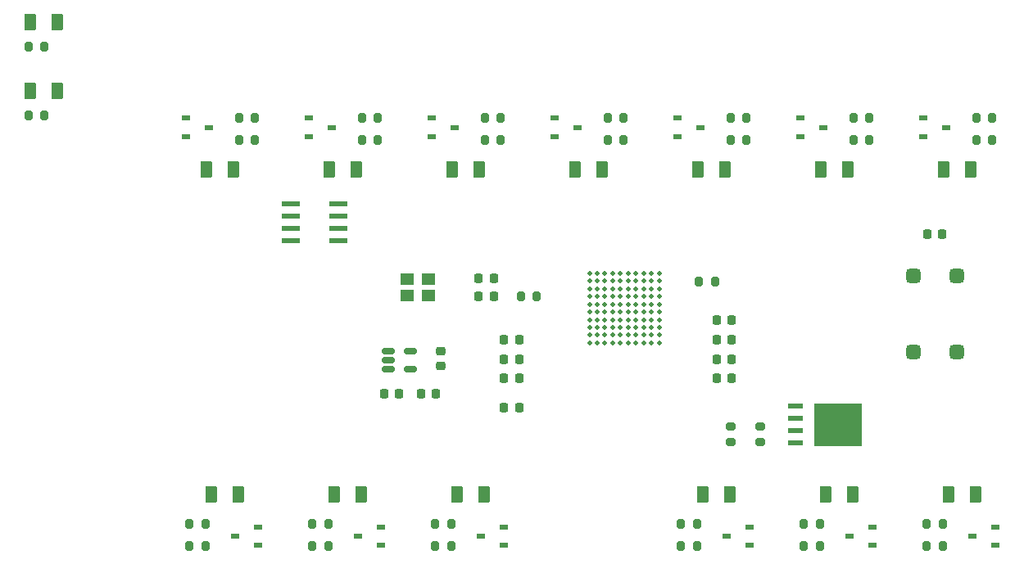
<source format=gbr>
%TF.GenerationSoftware,KiCad,Pcbnew,6.0.0*%
%TF.CreationDate,2022-01-12T20:58:30-05:00*%
%TF.ProjectId,output-board,6f757470-7574-42d6-926f-6172642e6b69,rev?*%
%TF.SameCoordinates,Original*%
%TF.FileFunction,Paste,Top*%
%TF.FilePolarity,Positive*%
%FSLAX46Y46*%
G04 Gerber Fmt 4.6, Leading zero omitted, Abs format (unit mm)*
G04 Created by KiCad (PCBNEW 6.0.0) date 2022-01-12 20:58:30*
%MOMM*%
%LPD*%
G01*
G04 APERTURE LIST*
G04 Aperture macros list*
%AMRoundRect*
0 Rectangle with rounded corners*
0 $1 Rounding radius*
0 $2 $3 $4 $5 $6 $7 $8 $9 X,Y pos of 4 corners*
0 Add a 4 corners polygon primitive as box body*
4,1,4,$2,$3,$4,$5,$6,$7,$8,$9,$2,$3,0*
0 Add four circle primitives for the rounded corners*
1,1,$1+$1,$2,$3*
1,1,$1+$1,$4,$5*
1,1,$1+$1,$6,$7*
1,1,$1+$1,$8,$9*
0 Add four rect primitives between the rounded corners*
20,1,$1+$1,$2,$3,$4,$5,0*
20,1,$1+$1,$4,$5,$6,$7,0*
20,1,$1+$1,$6,$7,$8,$9,0*
20,1,$1+$1,$8,$9,$2,$3,0*%
G04 Aperture macros list end*
%ADD10RoundRect,0.250000X-0.375000X-0.625000X0.375000X-0.625000X0.375000X0.625000X-0.375000X0.625000X0*%
%ADD11R,0.863600X0.558800*%
%ADD12RoundRect,0.200000X-0.200000X-0.275000X0.200000X-0.275000X0.200000X0.275000X-0.200000X0.275000X0*%
%ADD13RoundRect,0.225000X-0.250000X0.225000X-0.250000X-0.225000X0.250000X-0.225000X0.250000X0.225000X0*%
%ADD14RoundRect,0.225000X0.225000X0.250000X-0.225000X0.250000X-0.225000X-0.250000X0.225000X-0.250000X0*%
%ADD15RoundRect,0.225000X-0.225000X-0.250000X0.225000X-0.250000X0.225000X0.250000X-0.225000X0.250000X0*%
%ADD16RoundRect,0.250000X0.375000X0.625000X-0.375000X0.625000X-0.375000X-0.625000X0.375000X-0.625000X0*%
%ADD17RoundRect,0.150000X-0.512500X-0.150000X0.512500X-0.150000X0.512500X0.150000X-0.512500X0.150000X0*%
%ADD18RoundRect,0.200000X0.200000X0.275000X-0.200000X0.275000X-0.200000X-0.275000X0.200000X-0.275000X0*%
%ADD19R,1.400000X1.200000*%
%ADD20RoundRect,0.200000X0.275000X-0.200000X0.275000X0.200000X-0.275000X0.200000X-0.275000X-0.200000X0*%
%ADD21RoundRect,0.218750X0.218750X0.256250X-0.218750X0.256250X-0.218750X-0.256250X0.218750X-0.256250X0*%
%ADD22RoundRect,0.375000X0.375000X-0.375000X0.375000X0.375000X-0.375000X0.375000X-0.375000X-0.375000X0*%
%ADD23C,0.500000*%
%ADD24R,1.549400X0.558800*%
%ADD25R,4.902200X4.470400*%
%ADD26R,1.981200X0.540800*%
G04 APERTURE END LIST*
D10*
%TO.C,D1*%
X47500000Y-51303000D03*
X50300000Y-51303000D03*
%TD*%
D11*
%TO.C,MOSFET5*%
X96220200Y-46034999D03*
X96220200Y-47935001D03*
X98607800Y-46985000D03*
%TD*%
%TO.C,MOSFET13*%
X103677800Y-90213001D03*
X103677800Y-88312999D03*
X101290200Y-89263000D03*
%TD*%
D12*
%TO.C,R5*%
X76269000Y-48255000D03*
X77919000Y-48255000D03*
%TD*%
%TO.C,R7*%
X101669000Y-48255000D03*
X103319000Y-48255000D03*
%TD*%
D13*
%TO.C,C3*%
X71744000Y-70104000D03*
X71744000Y-71654000D03*
%TD*%
D12*
%TO.C,R3*%
X80023200Y-64465200D03*
X81673200Y-64465200D03*
%TD*%
D14*
%TO.C,C5*%
X79834000Y-70944000D03*
X78284000Y-70944000D03*
%TD*%
D15*
%TO.C,C9*%
X100284000Y-72944000D03*
X101834000Y-72944000D03*
%TD*%
D16*
%TO.C,D12*%
X114298000Y-84945000D03*
X111498000Y-84945000D03*
%TD*%
D17*
%TO.C,U2*%
X66294000Y-70104000D03*
X66294000Y-71054000D03*
X66294000Y-72004000D03*
X68569000Y-72004000D03*
X68569000Y-70104000D03*
%TD*%
D18*
%TO.C,R10*%
X72829000Y-87993000D03*
X71179000Y-87993000D03*
%TD*%
D12*
%TO.C,R9*%
X127069000Y-48255000D03*
X128719000Y-48255000D03*
%TD*%
D16*
%TO.C,D11*%
X126998000Y-84945000D03*
X124198000Y-84945000D03*
%TD*%
D15*
%TO.C,C11*%
X75653600Y-64465200D03*
X77203600Y-64465200D03*
%TD*%
D11*
%TO.C,MOSFET18*%
X52877800Y-90213001D03*
X52877800Y-88312999D03*
X50490200Y-89263000D03*
%TD*%
D19*
%TO.C,Y1*%
X70442000Y-62650000D03*
X68242000Y-62650000D03*
X68242000Y-64350000D03*
X70442000Y-64350000D03*
%TD*%
D18*
%TO.C,R19*%
X103319000Y-45969000D03*
X101669000Y-45969000D03*
%TD*%
D12*
%TO.C,R4*%
X63569000Y-48255000D03*
X65219000Y-48255000D03*
%TD*%
D14*
%TO.C,C4*%
X79834000Y-68944000D03*
X78284000Y-68944000D03*
%TD*%
%TO.C,C6*%
X79834000Y-72944000D03*
X78284000Y-72944000D03*
%TD*%
D11*
%TO.C,MOSFET8*%
X78277800Y-90213001D03*
X78277800Y-88312999D03*
X75890200Y-89263000D03*
%TD*%
D10*
%TO.C,D6*%
X98300000Y-51303000D03*
X101100000Y-51303000D03*
%TD*%
D12*
%TO.C,R6*%
X88969000Y-48255000D03*
X90619000Y-48255000D03*
%TD*%
D20*
%TO.C,R12*%
X101727000Y-79565000D03*
X101727000Y-77915000D03*
%TD*%
D10*
%TO.C,D7*%
X111000000Y-51303000D03*
X113800000Y-51303000D03*
%TD*%
%TO.C,D8*%
X123700000Y-51303000D03*
X126500000Y-51303000D03*
%TD*%
D11*
%TO.C,MOSFET1*%
X45420200Y-46034999D03*
X45420200Y-47935001D03*
X47807800Y-46985000D03*
%TD*%
D18*
%TO.C,R21*%
X116019000Y-45969000D03*
X114369000Y-45969000D03*
%TD*%
%TO.C,R26*%
X123629000Y-87993000D03*
X121979000Y-87993000D03*
%TD*%
D12*
%TO.C,R8*%
X114369000Y-48255000D03*
X116019000Y-48255000D03*
%TD*%
D10*
%TO.C,D3*%
X60200000Y-51303000D03*
X63000000Y-51303000D03*
%TD*%
D11*
%TO.C,MOSFET11*%
X129077800Y-90213001D03*
X129077800Y-88312999D03*
X126690200Y-89263000D03*
%TD*%
D12*
%TO.C,R23*%
X71179000Y-90279000D03*
X72829000Y-90279000D03*
%TD*%
%TO.C,R27*%
X109279000Y-90279000D03*
X110929000Y-90279000D03*
%TD*%
D14*
%TO.C,C1*%
X67439000Y-74549000D03*
X65889000Y-74549000D03*
%TD*%
D16*
%TO.C,D2*%
X50798000Y-84945000D03*
X47998000Y-84945000D03*
%TD*%
D18*
%TO.C,R20*%
X47429000Y-87993000D03*
X45779000Y-87993000D03*
%TD*%
D11*
%TO.C,MOSFET2*%
X58120200Y-46034999D03*
X58120200Y-47935001D03*
X60507800Y-46985000D03*
%TD*%
D21*
%TO.C,L1*%
X79846500Y-75944000D03*
X78271500Y-75944000D03*
%TD*%
D11*
%TO.C,MOSFET12*%
X116377800Y-90213001D03*
X116377800Y-88312999D03*
X113990200Y-89263000D03*
%TD*%
%TO.C,MOSFET4*%
X83520200Y-46034999D03*
X83520200Y-47935001D03*
X85907800Y-46985000D03*
%TD*%
%TO.C,MOSFET7*%
X121620200Y-46034999D03*
X121620200Y-47935001D03*
X124007800Y-46985000D03*
%TD*%
%TO.C,MOSFET9*%
X65577800Y-90213001D03*
X65577800Y-88312999D03*
X63190200Y-89263000D03*
%TD*%
D18*
%TO.C,R18*%
X90619000Y-45969000D03*
X88969000Y-45969000D03*
%TD*%
D15*
%TO.C,C8*%
X100284000Y-66944000D03*
X101834000Y-66944000D03*
%TD*%
D12*
%TO.C,R2*%
X50869000Y-48255000D03*
X52519000Y-48255000D03*
%TD*%
D22*
%TO.C,SW1*%
X120559000Y-70244000D03*
X125059000Y-70244000D03*
X120559000Y-62344000D03*
X125059000Y-62344000D03*
%TD*%
D14*
%TO.C,C2*%
X71249000Y-74549000D03*
X69699000Y-74549000D03*
%TD*%
D10*
%TO.C,D5*%
X85600000Y-51303000D03*
X88400000Y-51303000D03*
%TD*%
D23*
%TO.C,U3*%
X87107800Y-62071200D03*
X87907800Y-62071200D03*
X88707800Y-62071200D03*
X89507800Y-62071200D03*
X90307800Y-62071200D03*
X91107800Y-62071200D03*
X91907800Y-62071200D03*
X92707800Y-62071200D03*
X93507800Y-62071200D03*
X94307800Y-62071200D03*
X87107800Y-62871200D03*
X87907800Y-62871200D03*
X88707800Y-62871200D03*
X89507800Y-62871200D03*
X90307800Y-62871200D03*
X91107800Y-62871200D03*
X91907800Y-62871200D03*
X92707800Y-62871200D03*
X93507800Y-62871200D03*
X94307800Y-62871200D03*
X87107800Y-63671200D03*
X87907800Y-63671200D03*
X88707800Y-63671200D03*
X89507800Y-63671200D03*
X90307800Y-63671200D03*
X91107800Y-63671200D03*
X91907800Y-63671200D03*
X92707800Y-63671200D03*
X93507800Y-63671200D03*
X94307800Y-63671200D03*
X87107800Y-64471200D03*
X87907800Y-64471200D03*
X88707800Y-64471200D03*
X89507800Y-64471200D03*
X90307800Y-64471200D03*
X91107800Y-64471200D03*
X91907800Y-64471200D03*
X92707800Y-64471200D03*
X93507800Y-64471200D03*
X94307800Y-64471200D03*
X87107800Y-65271200D03*
X87907800Y-65271200D03*
X88707800Y-65271200D03*
X89507800Y-65271200D03*
X90307800Y-65271200D03*
X91107800Y-65271200D03*
X91907800Y-65271200D03*
X92707800Y-65271200D03*
X93507800Y-65271200D03*
X94307800Y-65271200D03*
X87107800Y-66071200D03*
X87907800Y-66071200D03*
X88707800Y-66071200D03*
X89507800Y-66071200D03*
X90307800Y-66071200D03*
X91107800Y-66071200D03*
X91907800Y-66071200D03*
X92707800Y-66071200D03*
X93507800Y-66071200D03*
X94307800Y-66071200D03*
X87107800Y-66871200D03*
X87907800Y-66871200D03*
X88707800Y-66871200D03*
X89507800Y-66871200D03*
X90307800Y-66871200D03*
X91107800Y-66871200D03*
X91907800Y-66871200D03*
X92707800Y-66871200D03*
X93507800Y-66871200D03*
X94307800Y-66871200D03*
X87107800Y-67671200D03*
X87907800Y-67671200D03*
X88707800Y-67671200D03*
X89507800Y-67671200D03*
X90307800Y-67671200D03*
X91107800Y-67671200D03*
X91907800Y-67671200D03*
X92707800Y-67671200D03*
X93507800Y-67671200D03*
X94307800Y-67671200D03*
X87107800Y-68471200D03*
X87907800Y-68471200D03*
X88707800Y-68471200D03*
X89507800Y-68471200D03*
X90307800Y-68471200D03*
X91107800Y-68471200D03*
X91907800Y-68471200D03*
X92707800Y-68471200D03*
X93507800Y-68471200D03*
X94307800Y-68471200D03*
X87107800Y-69271200D03*
X87907800Y-69271200D03*
X88707800Y-69271200D03*
X89507800Y-69271200D03*
X90307800Y-69271200D03*
X91107800Y-69271200D03*
X91907800Y-69271200D03*
X92707800Y-69271200D03*
X93507800Y-69271200D03*
X94307800Y-69271200D03*
%TD*%
D16*
%TO.C,D15*%
X32134000Y-43180000D03*
X29334000Y-43180000D03*
%TD*%
D11*
%TO.C,MOSFET6*%
X108920200Y-46034999D03*
X108920200Y-47935001D03*
X111307800Y-46985000D03*
%TD*%
D20*
%TO.C,R13*%
X104775000Y-79565000D03*
X104775000Y-77915000D03*
%TD*%
D18*
%TO.C,R30*%
X98229000Y-87993000D03*
X96579000Y-87993000D03*
%TD*%
D12*
%TO.C,R29*%
X96579000Y-90279000D03*
X98229000Y-90279000D03*
%TD*%
D18*
%TO.C,R31*%
X30797000Y-38608000D03*
X29147000Y-38608000D03*
%TD*%
D12*
%TO.C,R14*%
X45779000Y-90279000D03*
X47429000Y-90279000D03*
%TD*%
D18*
%TO.C,R28*%
X110929000Y-87993000D03*
X109279000Y-87993000D03*
%TD*%
D12*
%TO.C,R25*%
X121979000Y-90279000D03*
X123629000Y-90279000D03*
%TD*%
D16*
%TO.C,D13*%
X101598000Y-84945000D03*
X98798000Y-84945000D03*
%TD*%
D15*
%TO.C,C13*%
X100284000Y-70944000D03*
X101834000Y-70944000D03*
%TD*%
D10*
%TO.C,D4*%
X72900000Y-51303000D03*
X75700000Y-51303000D03*
%TD*%
D16*
%TO.C,D9*%
X76198000Y-84945000D03*
X73398000Y-84945000D03*
%TD*%
%TO.C,D10*%
X63498000Y-84945000D03*
X60698000Y-84945000D03*
%TD*%
D18*
%TO.C,R22*%
X128719000Y-45969000D03*
X127069000Y-45969000D03*
%TD*%
%TO.C,R16*%
X65219000Y-45969000D03*
X63569000Y-45969000D03*
%TD*%
D15*
%TO.C,C10*%
X75653600Y-62585600D03*
X77203600Y-62585600D03*
%TD*%
D12*
%TO.C,R24*%
X58479000Y-90279000D03*
X60129000Y-90279000D03*
%TD*%
D15*
%TO.C,C7*%
X122034000Y-58039000D03*
X123584000Y-58039000D03*
%TD*%
D18*
%TO.C,R17*%
X77919000Y-45969000D03*
X76269000Y-45969000D03*
%TD*%
%TO.C,R32*%
X30797000Y-45720000D03*
X29147000Y-45720000D03*
%TD*%
%TO.C,R11*%
X60129000Y-87993000D03*
X58479000Y-87993000D03*
%TD*%
D11*
%TO.C,MOSFET3*%
X70820200Y-46034999D03*
X70820200Y-47935001D03*
X73207800Y-46985000D03*
%TD*%
D15*
%TO.C,C12*%
X100284000Y-68944000D03*
X101834000Y-68944000D03*
%TD*%
D24*
%TO.C,MOSFET10*%
X108432600Y-75819000D03*
X108432600Y-77089000D03*
X108432600Y-78359000D03*
X108432600Y-79629000D03*
D25*
X112801400Y-77724000D03*
%TD*%
D16*
%TO.C,D14*%
X32134000Y-36068000D03*
X29334000Y-36068000D03*
%TD*%
D26*
%TO.C,U1*%
X61146610Y-58684353D03*
X61146610Y-57414353D03*
X61146610Y-56144353D03*
X61146610Y-54874353D03*
X56216612Y-54874353D03*
X56216612Y-56144353D03*
X56216612Y-57414353D03*
X56216612Y-58684353D03*
%TD*%
D12*
%TO.C,R1*%
X98412800Y-62911200D03*
X100062800Y-62911200D03*
%TD*%
D18*
%TO.C,R15*%
X52519000Y-45969000D03*
X50869000Y-45969000D03*
%TD*%
M02*

</source>
